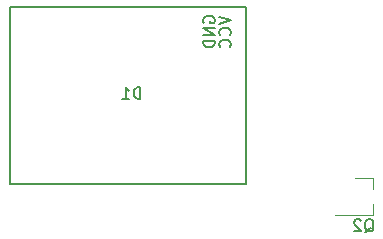
<source format=gbo>
G04 #@! TF.GenerationSoftware,KiCad,Pcbnew,(5.0.1)-3*
G04 #@! TF.CreationDate,2018-11-01T21:26:11+07:00*
G04 #@! TF.ProjectId,atreus_split,6174726575735F73706C69742E6B6963,rev?*
G04 #@! TF.SameCoordinates,Original*
G04 #@! TF.FileFunction,Legend,Bot*
G04 #@! TF.FilePolarity,Positive*
%FSLAX46Y46*%
G04 Gerber Fmt 4.6, Leading zero omitted, Abs format (unit mm)*
G04 Created by KiCad (PCBNEW (5.0.1)-3) date 01-Nov-18 21:26:11*
%MOMM*%
%LPD*%
G01*
G04 APERTURE LIST*
%ADD10C,0.150000*%
%ADD11C,0.120000*%
G04 APERTURE END LIST*
D10*
G04 #@! TO.C,D1*
X49052500Y-106800000D02*
X49052500Y-114300000D01*
X29052500Y-106800000D02*
X49052500Y-106800000D01*
X29052500Y-121800000D02*
X29052500Y-106800000D01*
X49052500Y-121800000D02*
X29052500Y-121800000D01*
X49052500Y-114300000D02*
X49052500Y-121800000D01*
D11*
G04 #@! TO.C,Q2*
X59760000Y-121270000D02*
X59760000Y-122200000D01*
X59760000Y-124430000D02*
X59760000Y-123500000D01*
X59760000Y-124430000D02*
X56600000Y-124430000D01*
X59760000Y-121270000D02*
X58300000Y-121270000D01*
G04 #@! TO.C,D1*
D10*
X40090595Y-114602380D02*
X40090595Y-113602380D01*
X39852500Y-113602380D01*
X39709642Y-113650000D01*
X39614404Y-113745238D01*
X39566785Y-113840476D01*
X39519166Y-114030952D01*
X39519166Y-114173809D01*
X39566785Y-114364285D01*
X39614404Y-114459523D01*
X39709642Y-114554761D01*
X39852500Y-114602380D01*
X40090595Y-114602380D01*
X38566785Y-114602380D02*
X39138214Y-114602380D01*
X38852500Y-114602380D02*
X38852500Y-113602380D01*
X38947738Y-113745238D01*
X39042976Y-113840476D01*
X39138214Y-113888095D01*
X46754880Y-107616666D02*
X47754880Y-107950000D01*
X46754880Y-108283333D01*
X47659642Y-109188095D02*
X47707261Y-109140476D01*
X47754880Y-108997619D01*
X47754880Y-108902380D01*
X47707261Y-108759523D01*
X47612023Y-108664285D01*
X47516785Y-108616666D01*
X47326309Y-108569047D01*
X47183452Y-108569047D01*
X46992976Y-108616666D01*
X46897738Y-108664285D01*
X46802500Y-108759523D01*
X46754880Y-108902380D01*
X46754880Y-108997619D01*
X46802500Y-109140476D01*
X46850119Y-109188095D01*
X47659642Y-110188095D02*
X47707261Y-110140476D01*
X47754880Y-109997619D01*
X47754880Y-109902380D01*
X47707261Y-109759523D01*
X47612023Y-109664285D01*
X47516785Y-109616666D01*
X47326309Y-109569047D01*
X47183452Y-109569047D01*
X46992976Y-109616666D01*
X46897738Y-109664285D01*
X46802500Y-109759523D01*
X46754880Y-109902380D01*
X46754880Y-109997619D01*
X46802500Y-110140476D01*
X46850119Y-110188095D01*
X45452500Y-108138095D02*
X45404880Y-108042857D01*
X45404880Y-107900000D01*
X45452500Y-107757142D01*
X45547738Y-107661904D01*
X45642976Y-107614285D01*
X45833452Y-107566666D01*
X45976309Y-107566666D01*
X46166785Y-107614285D01*
X46262023Y-107661904D01*
X46357261Y-107757142D01*
X46404880Y-107900000D01*
X46404880Y-107995238D01*
X46357261Y-108138095D01*
X46309642Y-108185714D01*
X45976309Y-108185714D01*
X45976309Y-107995238D01*
X46404880Y-108614285D02*
X45404880Y-108614285D01*
X46404880Y-109185714D01*
X45404880Y-109185714D01*
X46404880Y-109661904D02*
X45404880Y-109661904D01*
X45404880Y-109900000D01*
X45452500Y-110042857D01*
X45547738Y-110138095D01*
X45642976Y-110185714D01*
X45833452Y-110233333D01*
X45976309Y-110233333D01*
X46166785Y-110185714D01*
X46262023Y-110138095D01*
X46357261Y-110042857D01*
X46404880Y-109900000D01*
X46404880Y-109661904D01*
G04 #@! TO.C,Q2*
X59095238Y-125897619D02*
X59190476Y-125850000D01*
X59285714Y-125754761D01*
X59428571Y-125611904D01*
X59523809Y-125564285D01*
X59619047Y-125564285D01*
X59571428Y-125802380D02*
X59666666Y-125754761D01*
X59761904Y-125659523D01*
X59809523Y-125469047D01*
X59809523Y-125135714D01*
X59761904Y-124945238D01*
X59666666Y-124850000D01*
X59571428Y-124802380D01*
X59380952Y-124802380D01*
X59285714Y-124850000D01*
X59190476Y-124945238D01*
X59142857Y-125135714D01*
X59142857Y-125469047D01*
X59190476Y-125659523D01*
X59285714Y-125754761D01*
X59380952Y-125802380D01*
X59571428Y-125802380D01*
X58761904Y-124897619D02*
X58714285Y-124850000D01*
X58619047Y-124802380D01*
X58380952Y-124802380D01*
X58285714Y-124850000D01*
X58238095Y-124897619D01*
X58190476Y-124992857D01*
X58190476Y-125088095D01*
X58238095Y-125230952D01*
X58809523Y-125802380D01*
X58190476Y-125802380D01*
G04 #@! TD*
M02*

</source>
